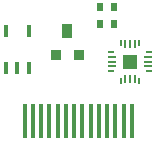
<source format=gbp>
%FSLAX25Y25*%
%MOIN*%
G70*
G01*
G75*
G04 Layer_Color=128*
%ADD10C,0.05118*%
%ADD11R,0.05906X0.02165*%
%ADD12R,0.02165X0.02559*%
%ADD13R,0.02559X0.02165*%
%ADD14R,0.02362X0.02756*%
%ADD15R,0.02756X0.02362*%
%ADD16C,0.00787*%
%ADD17C,0.01181*%
%ADD18C,0.01969*%
%ADD19R,0.00197X0.00630*%
%ADD20R,0.78740X0.00315*%
%ADD21C,0.05906*%
%ADD22O,0.03500X0.05000*%
%ADD23C,0.01969*%
%ADD24R,0.01378X0.11811*%
%ADD25R,0.03600X0.03600*%
%ADD26R,0.03600X0.05000*%
%ADD27R,0.01575X0.03937*%
%ADD28R,0.05118X0.05118*%
%ADD29R,0.00787X0.02362*%
%ADD30R,0.00787X0.03150*%
%ADD31R,0.02362X0.00787*%
%ADD32R,0.03150X0.00787*%
%ADD33C,0.00500*%
%ADD34C,0.00591*%
%ADD35C,0.00394*%
%ADD36C,0.05918*%
%ADD37R,0.06706X0.02965*%
%ADD38R,0.02965X0.03359*%
%ADD39R,0.03359X0.02965*%
%ADD40R,0.03162X0.03556*%
%ADD41R,0.03556X0.03162*%
%ADD42C,0.06706*%
%ADD43O,0.04300X0.05800*%
%ADD44R,0.02178X0.12611*%
%ADD45R,0.04400X0.04400*%
%ADD46R,0.04400X0.05800*%
%ADD47R,0.02375X0.04737*%
%ADD48R,0.05918X0.05918*%
%ADD49R,0.01587X0.03162*%
%ADD50R,0.01587X0.03950*%
%ADD51R,0.03162X0.01587*%
%ADD52R,0.03950X0.01587*%
D14*
X51322Y39600D02*
D03*
X46598D02*
D03*
X46588Y45180D02*
D03*
X51312D02*
D03*
D24*
X57292Y7283D02*
D03*
X54536D02*
D03*
X51781D02*
D03*
X49025D02*
D03*
X46269D02*
D03*
X43513D02*
D03*
X40757D02*
D03*
X38001D02*
D03*
X35245D02*
D03*
X32489D02*
D03*
X29733D02*
D03*
X26977D02*
D03*
X24221D02*
D03*
X21466D02*
D03*
D25*
X32018Y29287D02*
D03*
X39518D02*
D03*
D26*
X35718Y37287D02*
D03*
D27*
X22800Y24988D02*
D03*
X15320D02*
D03*
X19060D02*
D03*
X15320Y37192D02*
D03*
X22800D02*
D03*
D28*
X56620Y27040D02*
D03*
D29*
X59770Y33339D02*
D03*
X53470D02*
D03*
Y20741D02*
D03*
X59770D02*
D03*
D30*
X58195Y32945D02*
D03*
X56620D02*
D03*
X55045D02*
D03*
Y21135D02*
D03*
X56620D02*
D03*
X58195D02*
D03*
D31*
X50321Y30190D02*
D03*
Y23890D02*
D03*
X62919D02*
D03*
Y30190D02*
D03*
D32*
X50714Y28615D02*
D03*
Y27040D02*
D03*
Y25465D02*
D03*
X62525D02*
D03*
Y27040D02*
D03*
Y28615D02*
D03*
M02*

</source>
